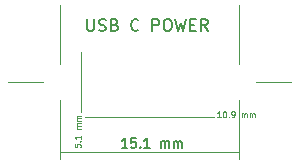
<source format=gbr>
G04 #@! TF.GenerationSoftware,KiCad,Pcbnew,5.1.5+dfsg1-2build2*
G04 #@! TF.CreationDate,2022-07-14T11:35:22-05:00*
G04 #@! TF.ProjectId,usb-c-power-panel,7573622d-632d-4706-9f77-65722d70616e,rev?*
G04 #@! TF.SameCoordinates,Original*
G04 #@! TF.FileFunction,Legend,Top*
G04 #@! TF.FilePolarity,Positive*
%FSLAX46Y46*%
G04 Gerber Fmt 4.6, Leading zero omitted, Abs format (unit mm)*
G04 Created by KiCad (PCBNEW 5.1.5+dfsg1-2build2) date 2022-07-14 11:35:22*
%MOMM*%
%LPD*%
G04 APERTURE LIST*
%ADD10C,0.120000*%
%ADD11C,0.125000*%
%ADD12C,0.150000*%
G04 APERTURE END LIST*
D10*
X104950000Y-113000000D02*
X120050000Y-113000000D01*
D11*
X118517516Y-110030390D02*
X118231801Y-110030390D01*
X118374659Y-110030390D02*
X118374659Y-109530390D01*
X118327040Y-109601819D01*
X118279420Y-109649438D01*
X118231801Y-109673247D01*
X118827040Y-109530390D02*
X118874659Y-109530390D01*
X118922278Y-109554200D01*
X118946087Y-109578009D01*
X118969897Y-109625628D01*
X118993706Y-109720866D01*
X118993706Y-109839914D01*
X118969897Y-109935152D01*
X118946087Y-109982771D01*
X118922278Y-110006580D01*
X118874659Y-110030390D01*
X118827040Y-110030390D01*
X118779420Y-110006580D01*
X118755611Y-109982771D01*
X118731801Y-109935152D01*
X118707992Y-109839914D01*
X118707992Y-109720866D01*
X118731801Y-109625628D01*
X118755611Y-109578009D01*
X118779420Y-109554200D01*
X118827040Y-109530390D01*
X119207992Y-109982771D02*
X119231801Y-110006580D01*
X119207992Y-110030390D01*
X119184182Y-110006580D01*
X119207992Y-109982771D01*
X119207992Y-110030390D01*
X119469897Y-110030390D02*
X119565135Y-110030390D01*
X119612754Y-110006580D01*
X119636563Y-109982771D01*
X119684182Y-109911342D01*
X119707992Y-109816104D01*
X119707992Y-109625628D01*
X119684182Y-109578009D01*
X119660373Y-109554200D01*
X119612754Y-109530390D01*
X119517516Y-109530390D01*
X119469897Y-109554200D01*
X119446087Y-109578009D01*
X119422278Y-109625628D01*
X119422278Y-109744676D01*
X119446087Y-109792295D01*
X119469897Y-109816104D01*
X119517516Y-109839914D01*
X119612754Y-109839914D01*
X119660373Y-109816104D01*
X119684182Y-109792295D01*
X119707992Y-109744676D01*
X120303230Y-110030390D02*
X120303230Y-109697057D01*
X120303230Y-109744676D02*
X120327040Y-109720866D01*
X120374659Y-109697057D01*
X120446087Y-109697057D01*
X120493706Y-109720866D01*
X120517516Y-109768485D01*
X120517516Y-110030390D01*
X120517516Y-109768485D02*
X120541325Y-109720866D01*
X120588944Y-109697057D01*
X120660373Y-109697057D01*
X120707992Y-109720866D01*
X120731801Y-109768485D01*
X120731801Y-110030390D01*
X120969897Y-110030390D02*
X120969897Y-109697057D01*
X120969897Y-109744676D02*
X120993706Y-109720866D01*
X121041325Y-109697057D01*
X121112754Y-109697057D01*
X121160373Y-109720866D01*
X121184182Y-109768485D01*
X121184182Y-110030390D01*
X121184182Y-109768485D02*
X121207992Y-109720866D01*
X121255611Y-109697057D01*
X121327040Y-109697057D01*
X121374659Y-109720866D01*
X121398468Y-109768485D01*
X121398468Y-110030390D01*
D10*
X107050000Y-110000000D02*
X117950000Y-110000000D01*
X106700000Y-104500000D02*
X106670000Y-109600000D01*
D11*
X106157270Y-112321838D02*
X106157270Y-112559933D01*
X106395365Y-112583742D01*
X106371556Y-112559933D01*
X106347746Y-112512314D01*
X106347746Y-112393266D01*
X106371556Y-112345647D01*
X106395365Y-112321838D01*
X106442984Y-112298028D01*
X106562032Y-112298028D01*
X106609651Y-112321838D01*
X106633460Y-112345647D01*
X106657270Y-112393266D01*
X106657270Y-112512314D01*
X106633460Y-112559933D01*
X106609651Y-112583742D01*
X106609651Y-112083742D02*
X106633460Y-112059933D01*
X106657270Y-112083742D01*
X106633460Y-112107552D01*
X106609651Y-112083742D01*
X106657270Y-112083742D01*
X106657270Y-111583742D02*
X106657270Y-111869457D01*
X106657270Y-111726600D02*
X106157270Y-111726600D01*
X106228699Y-111774219D01*
X106276318Y-111821838D01*
X106300127Y-111869457D01*
X106657270Y-110988504D02*
X106323937Y-110988504D01*
X106371556Y-110988504D02*
X106347746Y-110964695D01*
X106323937Y-110917076D01*
X106323937Y-110845647D01*
X106347746Y-110798028D01*
X106395365Y-110774219D01*
X106657270Y-110774219D01*
X106395365Y-110774219D02*
X106347746Y-110750409D01*
X106323937Y-110702790D01*
X106323937Y-110631361D01*
X106347746Y-110583742D01*
X106395365Y-110559933D01*
X106657270Y-110559933D01*
X106657270Y-110321838D02*
X106323937Y-110321838D01*
X106371556Y-110321838D02*
X106347746Y-110298028D01*
X106323937Y-110250409D01*
X106323937Y-110178980D01*
X106347746Y-110131361D01*
X106395365Y-110107552D01*
X106657270Y-110107552D01*
X106395365Y-110107552D02*
X106347746Y-110083742D01*
X106323937Y-110036123D01*
X106323937Y-109964695D01*
X106347746Y-109917076D01*
X106395365Y-109893266D01*
X106657270Y-109893266D01*
D12*
X110609641Y-112594344D02*
X110152499Y-112594344D01*
X110381070Y-112594344D02*
X110381070Y-111794344D01*
X110304880Y-111908630D01*
X110228689Y-111984820D01*
X110152499Y-112022916D01*
X111333451Y-111794344D02*
X110952499Y-111794344D01*
X110914403Y-112175297D01*
X110952499Y-112137201D01*
X111028689Y-112099106D01*
X111219165Y-112099106D01*
X111295356Y-112137201D01*
X111333451Y-112175297D01*
X111371546Y-112251487D01*
X111371546Y-112441963D01*
X111333451Y-112518154D01*
X111295356Y-112556249D01*
X111219165Y-112594344D01*
X111028689Y-112594344D01*
X110952499Y-112556249D01*
X110914403Y-112518154D01*
X111714403Y-112518154D02*
X111752499Y-112556249D01*
X111714403Y-112594344D01*
X111676308Y-112556249D01*
X111714403Y-112518154D01*
X111714403Y-112594344D01*
X112514403Y-112594344D02*
X112057260Y-112594344D01*
X112285832Y-112594344D02*
X112285832Y-111794344D01*
X112209641Y-111908630D01*
X112133451Y-111984820D01*
X112057260Y-112022916D01*
X113466784Y-112594344D02*
X113466784Y-112061011D01*
X113466784Y-112137201D02*
X113504880Y-112099106D01*
X113581070Y-112061011D01*
X113695356Y-112061011D01*
X113771546Y-112099106D01*
X113809641Y-112175297D01*
X113809641Y-112594344D01*
X113809641Y-112175297D02*
X113847737Y-112099106D01*
X113923927Y-112061011D01*
X114038213Y-112061011D01*
X114114403Y-112099106D01*
X114152499Y-112175297D01*
X114152499Y-112594344D01*
X114533451Y-112594344D02*
X114533451Y-112061011D01*
X114533451Y-112137201D02*
X114571546Y-112099106D01*
X114647737Y-112061011D01*
X114762022Y-112061011D01*
X114838213Y-112099106D01*
X114876308Y-112175297D01*
X114876308Y-112594344D01*
X114876308Y-112175297D02*
X114914403Y-112099106D01*
X114990594Y-112061011D01*
X115104880Y-112061011D01*
X115181070Y-112099106D01*
X115219165Y-112175297D01*
X115219165Y-112594344D01*
X107216891Y-101733100D02*
X107216891Y-102542624D01*
X107264510Y-102637862D01*
X107312129Y-102685481D01*
X107407367Y-102733100D01*
X107597843Y-102733100D01*
X107693081Y-102685481D01*
X107740700Y-102637862D01*
X107788320Y-102542624D01*
X107788320Y-101733100D01*
X108216891Y-102685481D02*
X108359748Y-102733100D01*
X108597843Y-102733100D01*
X108693081Y-102685481D01*
X108740700Y-102637862D01*
X108788320Y-102542624D01*
X108788320Y-102447386D01*
X108740700Y-102352148D01*
X108693081Y-102304529D01*
X108597843Y-102256910D01*
X108407367Y-102209291D01*
X108312129Y-102161672D01*
X108264510Y-102114053D01*
X108216891Y-102018815D01*
X108216891Y-101923577D01*
X108264510Y-101828339D01*
X108312129Y-101780720D01*
X108407367Y-101733100D01*
X108645462Y-101733100D01*
X108788320Y-101780720D01*
X109550224Y-102209291D02*
X109693081Y-102256910D01*
X109740700Y-102304529D01*
X109788320Y-102399767D01*
X109788320Y-102542624D01*
X109740700Y-102637862D01*
X109693081Y-102685481D01*
X109597843Y-102733100D01*
X109216891Y-102733100D01*
X109216891Y-101733100D01*
X109550224Y-101733100D01*
X109645462Y-101780720D01*
X109693081Y-101828339D01*
X109740700Y-101923577D01*
X109740700Y-102018815D01*
X109693081Y-102114053D01*
X109645462Y-102161672D01*
X109550224Y-102209291D01*
X109216891Y-102209291D01*
X111550224Y-102637862D02*
X111502605Y-102685481D01*
X111359748Y-102733100D01*
X111264510Y-102733100D01*
X111121653Y-102685481D01*
X111026415Y-102590243D01*
X110978796Y-102495005D01*
X110931177Y-102304529D01*
X110931177Y-102161672D01*
X110978796Y-101971196D01*
X111026415Y-101875958D01*
X111121653Y-101780720D01*
X111264510Y-101733100D01*
X111359748Y-101733100D01*
X111502605Y-101780720D01*
X111550224Y-101828339D01*
X112740700Y-102733100D02*
X112740700Y-101733100D01*
X113121653Y-101733100D01*
X113216891Y-101780720D01*
X113264510Y-101828339D01*
X113312129Y-101923577D01*
X113312129Y-102066434D01*
X113264510Y-102161672D01*
X113216891Y-102209291D01*
X113121653Y-102256910D01*
X112740700Y-102256910D01*
X113931177Y-101733100D02*
X114121653Y-101733100D01*
X114216891Y-101780720D01*
X114312129Y-101875958D01*
X114359748Y-102066434D01*
X114359748Y-102399767D01*
X114312129Y-102590243D01*
X114216891Y-102685481D01*
X114121653Y-102733100D01*
X113931177Y-102733100D01*
X113835939Y-102685481D01*
X113740700Y-102590243D01*
X113693081Y-102399767D01*
X113693081Y-102066434D01*
X113740700Y-101875958D01*
X113835939Y-101780720D01*
X113931177Y-101733100D01*
X114693081Y-101733100D02*
X114931177Y-102733100D01*
X115121653Y-102018815D01*
X115312129Y-102733100D01*
X115550224Y-101733100D01*
X115931177Y-102209291D02*
X116264510Y-102209291D01*
X116407367Y-102733100D02*
X115931177Y-102733100D01*
X115931177Y-101733100D01*
X116407367Y-101733100D01*
X117407367Y-102733100D02*
X117074034Y-102256910D01*
X116835939Y-102733100D02*
X116835939Y-101733100D01*
X117216891Y-101733100D01*
X117312129Y-101780720D01*
X117359748Y-101828339D01*
X117407367Y-101923577D01*
X117407367Y-102066434D01*
X117359748Y-102161672D01*
X117312129Y-102209291D01*
X117216891Y-102256910D01*
X116835939Y-102256910D01*
D10*
X120050000Y-108550000D02*
X120050000Y-113600000D01*
X120050000Y-100500000D02*
X120050000Y-105550000D01*
X104950000Y-108550000D02*
X104950000Y-113600000D01*
X104950000Y-100500000D02*
X104950000Y-105550000D01*
X121550000Y-107050000D02*
X124500000Y-107050000D01*
X100500000Y-107050000D02*
X103450000Y-107050000D01*
M02*

</source>
